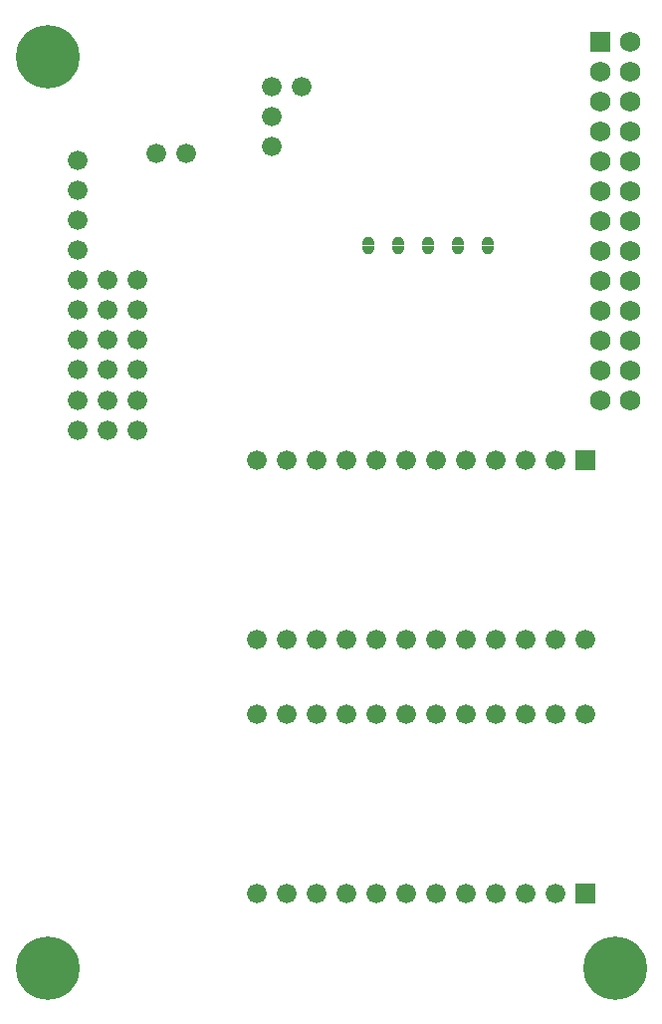
<source format=gbs>
%FSLAX34Y34*%
%MOMM*%
G04 EasyPC Gerber Version 18.0.9 Build 3640 *
%AMT70*0 Bullet Pad at angle 0*4,1,28,-0.47620,-0.37620,0.47620,-0.37620,0.47620,-0.10000,0.47240,-0.04030,0.46120,0.01840,0.44270,0.07530,0.41720,0.12940,0.38520,0.17990,0.34710,0.22600,0.30350,0.26690,0.25510,0.30200,0.20270,0.33080,0.14710,0.35280,0.08920,0.36770,0.02990,0.37520,-0.02990,0.37520,-0.08920,0.36770,-0.14710,0.35280,-0.20270,0.33080,-0.25510,0.30200,-0.30350,0.26690,-0.34710,0.22600,-0.38520,0.17990,-0.41720,0.12940,-0.44270,0.07530,-0.46120,0.01840,-0.47240,-0.04030,-0.47620,-0.10000,-0.47620,-0.37620,0*%
%ADD70T70*%
%ADD28R,1.67640X1.67640*%
%ADD122R,1.75240X1.75240*%
%AMT18*0 Bullet Pad at angle 180*4,1,28,0.47620,0.37620,-0.47620,0.37620,-0.47620,0.10000,-0.47240,0.04030,-0.46120,-0.01840,-0.44270,-0.07530,-0.41720,-0.12940,-0.38520,-0.17990,-0.34710,-0.22600,-0.30350,-0.26690,-0.25510,-0.30200,-0.20270,-0.33080,-0.14710,-0.35280,-0.08920,-0.36770,-0.02990,-0.37520,0.02990,-0.37520,0.08920,-0.36770,0.14710,-0.35280,0.20270,-0.33080,0.25510,-0.30200,0.30350,-0.26690,0.34710,-0.22600,0.38520,-0.17990,0.41720,-0.12940,0.44270,-0.07530,0.46120,-0.01840,0.47240,0.04030,0.47620,0.10000,0.47620,0.37620,0*%
%ADD18T18*%
%ADD19C,0.95240*%
%ADD27C,1.67640*%
%ADD101C,1.67640*%
%ADD104C,1.75240*%
%ADD117C,5.40240*%
X0Y0D02*
D02*
D18*
X367665Y688475D03*
X393065D03*
X418465D03*
X443865D03*
X469265D03*
D02*
D70*
X367665Y695975D03*
X393065D03*
X418465D03*
X443865D03*
X469265D03*
D02*
D27*
X120015Y535305D03*
Y560705D03*
X145415Y535305D03*
Y560705D03*
X170815Y535305D03*
Y560705D03*
X272415Y141605D03*
Y294005D03*
Y357505D03*
Y509905D03*
X285115Y776605D03*
Y802005D03*
Y827405D03*
X297815Y141605D03*
Y294005D03*
Y357505D03*
Y509905D03*
X310515Y827405D03*
X323215Y141605D03*
Y294005D03*
Y357505D03*
Y509905D03*
X348615Y141605D03*
Y294005D03*
Y357505D03*
Y509905D03*
X374015Y141605D03*
Y294005D03*
Y357505D03*
Y509905D03*
X399415Y141605D03*
Y294005D03*
Y357505D03*
Y509905D03*
X424815Y141605D03*
Y294005D03*
Y357505D03*
Y509905D03*
X450215Y141605D03*
Y294005D03*
Y357505D03*
Y509905D03*
X475615Y141605D03*
Y294005D03*
Y357505D03*
Y509905D03*
X501015Y141605D03*
Y294005D03*
Y357505D03*
Y509905D03*
X526415Y141605D03*
Y294005D03*
Y357505D03*
Y509905D03*
X551815Y294005D03*
Y357505D03*
D02*
D28*
Y141605D03*
Y509905D03*
D02*
D101*
X120015Y586422D03*
Y611822D03*
Y637222D03*
Y662622D03*
Y688022D03*
Y713422D03*
Y738822D03*
Y764222D03*
X145415Y586422D03*
Y611822D03*
Y637222D03*
Y662622D03*
X170815Y586422D03*
Y611822D03*
Y637222D03*
Y662622D03*
X187325Y770255D03*
X212725D03*
D02*
D104*
X564515Y560705D03*
Y586105D03*
Y611505D03*
Y636905D03*
Y662305D03*
Y687705D03*
Y713105D03*
Y738505D03*
Y763905D03*
Y789305D03*
Y814705D03*
Y840105D03*
X589915Y560705D03*
Y586105D03*
Y611505D03*
Y636905D03*
Y662305D03*
Y687705D03*
Y713105D03*
Y738505D03*
Y763905D03*
Y789305D03*
Y814705D03*
Y840105D03*
Y865505D03*
D02*
D117*
X94615Y78105D03*
Y852805D03*
X577215Y78105D03*
D02*
D122*
X564515Y865505D03*
X0Y0D02*
M02*

</source>
